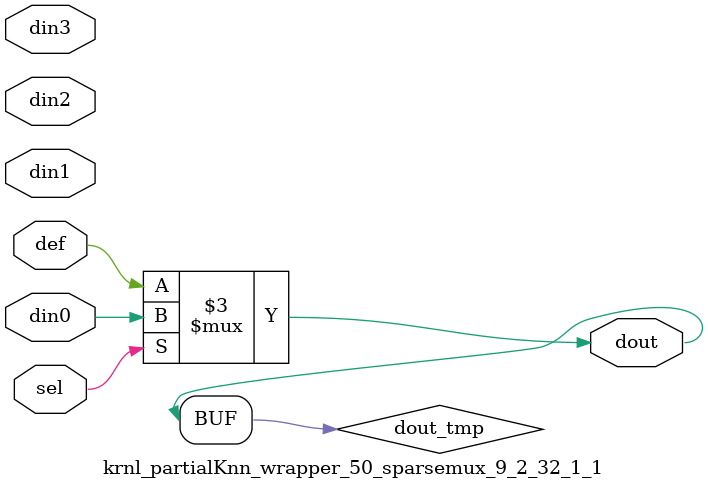
<source format=v>
`timescale 1ns / 1ps

module krnl_partialKnn_wrapper_50_sparsemux_9_2_32_1_1 (din0,din1,din2,din3,def,sel,dout);

parameter din0_WIDTH = 1;

parameter din1_WIDTH = 1;

parameter din2_WIDTH = 1;

parameter din3_WIDTH = 1;

parameter def_WIDTH = 1;
parameter sel_WIDTH = 1;
parameter dout_WIDTH = 1;

parameter [sel_WIDTH-1:0] CASE0 = 1;

parameter [sel_WIDTH-1:0] CASE1 = 1;

parameter [sel_WIDTH-1:0] CASE2 = 1;

parameter [sel_WIDTH-1:0] CASE3 = 1;

parameter ID = 1;
parameter NUM_STAGE = 1;



input [din0_WIDTH-1:0] din0;

input [din1_WIDTH-1:0] din1;

input [din2_WIDTH-1:0] din2;

input [din3_WIDTH-1:0] din3;

input [def_WIDTH-1:0] def;
input [sel_WIDTH-1:0] sel;

output [dout_WIDTH-1:0] dout;



reg [dout_WIDTH-1:0] dout_tmp;

always @ (*) begin
case (sel)
    
    CASE0 : dout_tmp = din0;
    
    CASE1 : dout_tmp = din1;
    
    CASE2 : dout_tmp = din2;
    
    CASE3 : dout_tmp = din3;
    
    default : dout_tmp = def;
endcase
end


assign dout = dout_tmp;



endmodule

</source>
